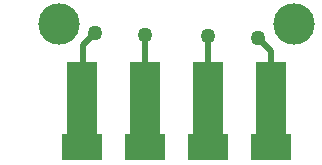
<source format=gtl>
G04*
G04 #@! TF.GenerationSoftware,Altium Limited,Altium Designer,18.0.7 (293)*
G04*
G04 Layer_Physical_Order=1*
G04 Layer_Color=255*
%FSLAX25Y25*%
%MOIN*%
G70*
G01*
G75*
%ADD12R,0.13386X0.09055*%
%ADD13R,0.09843X0.33071*%
%ADD18C,0.02000*%
%ADD19C,0.13780*%
%ADD20C,0.05000*%
G36*
X110000Y213823D02*
D01*
D02*
G37*
G36*
X126250Y224523D02*
D01*
D02*
G37*
G36*
X130997Y213823D02*
D01*
D02*
G37*
G36*
X147247Y224523D02*
D01*
D02*
G37*
G36*
X151995Y213823D02*
D01*
D02*
G37*
G36*
X168245Y224523D02*
D01*
D02*
G37*
G36*
X172992Y213823D02*
D01*
D02*
G37*
G36*
X189242Y224523D02*
D01*
D02*
G37*
D12*
X197835Y206102D02*
D03*
X176837D02*
D03*
X155840D02*
D03*
X134843D02*
D03*
D13*
X197835Y218154D02*
D03*
X176837D02*
D03*
X155840D02*
D03*
X134843D02*
D03*
D18*
X135039Y206669D02*
Y240158D01*
X138976Y244094D01*
X193504Y242520D02*
X197638Y238386D01*
Y218898D02*
Y238386D01*
Y206669D02*
Y218898D01*
X176772Y218921D02*
Y243307D01*
Y206693D02*
Y218921D01*
X155905D02*
Y243701D01*
Y206693D02*
Y218921D01*
D19*
X205512Y247244D02*
D03*
X127165D02*
D03*
D20*
X193504Y242520D02*
D03*
X138976Y244094D02*
D03*
X176772Y243307D02*
D03*
X155905Y243701D02*
D03*
M02*

</source>
